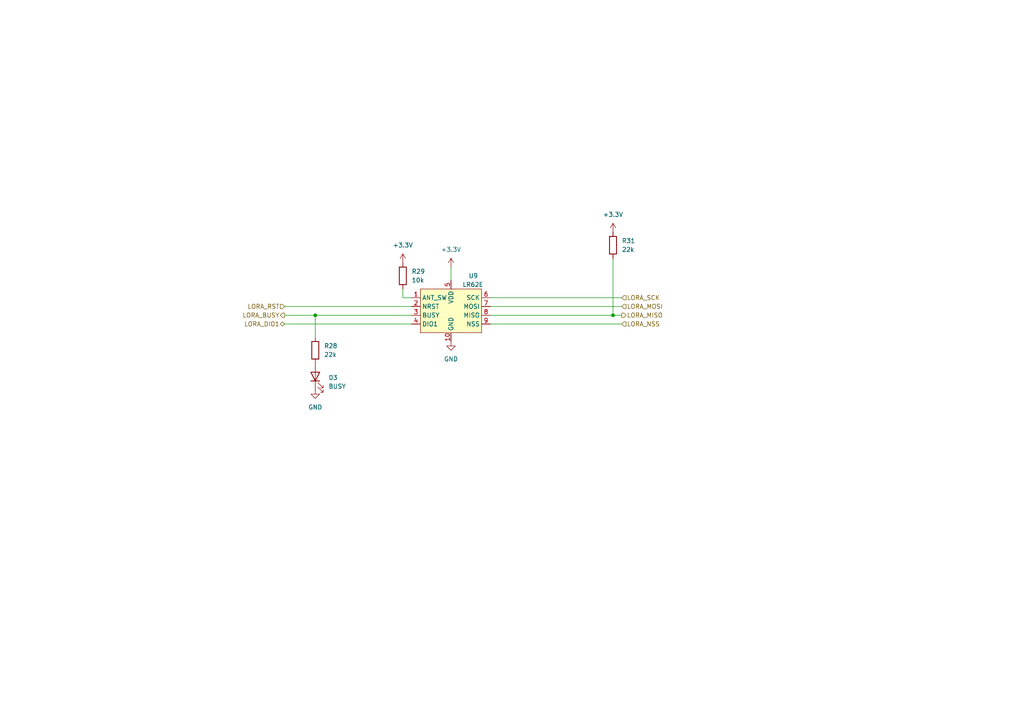
<source format=kicad_sch>
(kicad_sch (version 20230121) (generator eeschema)
  (paper "A4")
  (lib_symbols
    (symbol "Device:LED" (pin_numbers hide) (pin_names (offset 1.016) hide)
      (property "Reference" "D" (at 0 2.54 0))
      (property "Value" "LED" (at 0 -2.54 0))
      (symbol "LED_0_1"
        (polyline (pts (xy -1.27 -1.27) (xy -1.27 1.27)) (stroke (width 0.254)))
        (polyline (pts (xy -1.27 0) (xy 1.27 0)))
        (polyline (pts (xy 1.27 -1.27) (xy 1.27 1.27) (xy -1.27 0) (xy 1.27 -1.27)) (stroke (width 0.254)))
        (polyline (pts (xy -3.048 -0.762) (xy -4.572 -2.286) (xy -3.81 -2.286) (xy -4.572 -2.286) (xy -4.572 -1.524)))
        (polyline (pts (xy -1.778 -0.762) (xy -3.302 -2.286) (xy -2.54 -2.286) (xy -3.302 -2.286) (xy -3.302 -1.524)))
      )
      (symbol "LED_1_1"
        (pin passive line (at -3.81 0 0) (length 2.54) (name "K") (number "1"))
        (pin passive line (at 3.81 0 180) (length 2.54) (name "A") (number "2"))
      )
    )
    (symbol "Device:R" (pin_numbers hide) (pin_names (offset 0))
      (property "Reference" "R" (at 2.032 0 90))
      (property "Value" "R" (at 0 0 90))
      (symbol "R_0_1"
        (rectangle (start -1.016 -2.54) (end 1.016 2.54) (stroke (width 0.254)))
      )
      (symbol "R_1_1"
        (pin passive line (at 0 3.81 270) (length 1.27) (name "~") (number "1"))
        (pin passive line (at 0 -3.81 90) (length 1.27) (name "~") (number "2"))
      )
    )
    (symbol "Project:LR62E"
      (property "Reference" "U" (at -7.62 7.62 0))
      (symbol "LR62E_1_1"
        (rectangle (start -8.89 5.08) (end 8.89 -7.62) (fill (type background)))
        (pin input line (at -11.43 2.54 0) (length 2.54) (name "ANT_SW") (number "1"))
        (pin power_in line (at 0 -10.16 90) (length 2.54) (name "GND") (number "10"))
        (pin input line (at -11.43 0 0) (length 2.54) (name "NRST") (number "2"))
        (pin output line (at -11.43 -2.54 0) (length 2.54) (name "BUSY") (number "3"))
        (pin bidirectional line (at -11.43 -5.08 0) (length 2.54) (name "DIO1") (number "4"))
        (pin power_in line (at 0 7.62 270) (length 2.54) (name "VDD") (number "5"))
        (pin input line (at 11.43 2.54 180) (length 2.54) (name "SCK") (number "6"))
        (pin input line (at 11.43 0 180) (length 2.54) (name "MOSI") (number "7"))
        (pin output line (at 11.43 -2.54 180) (length 2.54) (name "MISO") (number "8"))
        (pin input line (at 11.43 -5.08 180) (length 2.54) (name "NSS") (number "9"))
      )
    )
    (symbol "power:+3.3V" (power) (pin_names (offset 0))
      (property "Value" "+3.3V" (at 0 3.556 0))
      (symbol "+3.3V_0_1"
        (polyline (pts (xy -0.762 1.27) (xy 0 2.54)))
        (polyline (pts (xy 0 0) (xy 0 2.54)))
        (polyline (pts (xy 0 2.54) (xy 0.762 1.27)))
      )
      (symbol "+3.3V_1_1"
        (pin power_in line (at 0 0 90) (length 0) hide (name "+3.3V") (number "1"))
      )
    )
    (symbol "power:GND" (power) (pin_names (offset 0))
      (property "Value" "GND" (at 0 -3.81 0))
      (symbol "GND_0_1"
        (polyline (pts (xy 0 0) (xy 0 -1.27) (xy 1.27 -1.27) (xy 0 -2.54) (xy -1.27 -1.27) (xy 0 -1.27)))
      )
      (symbol "GND_1_1"
        (pin power_in line (at 0 0 270) (length 0) hide (name "GND") (number "1"))
      )
    )
  )
  (junction (at 91.44 91.44))
  (junction (at 177.8 91.44))
  (wire (pts (xy 142.24 93.98) (xy 180.34 93.98)))
  (wire (pts (xy 82.55 88.9) (xy 119.38 88.9)))
  (wire (pts (xy 142.24 91.44) (xy 177.8 91.44)))
  (wire (pts (xy 177.8 74.93) (xy 177.8 91.44)))
  (wire (pts (xy 142.24 86.36) (xy 180.34 86.36)))
  (wire (pts (xy 91.44 91.44) (xy 119.38 91.44)))
  (wire (pts (xy 91.44 91.44) (xy 91.44 97.79)))
  (wire (pts (xy 82.55 93.98) (xy 119.38 93.98)))
  (wire (pts (xy 116.84 83.82) (xy 116.84 86.36)))
  (wire (pts (xy 82.55 91.44) (xy 91.44 91.44)))
  (wire (pts (xy 142.24 88.9) (xy 180.34 88.9)))
  (wire (pts (xy 177.8 91.44) (xy 180.34 91.44)))
  (wire (pts (xy 116.84 86.36) (xy 119.38 86.36)))
  (wire (pts (xy 130.81 77.47) (xy 130.81 81.28)))
  (hierarchical_label "LORA_MOSI" (shape input) (at 180.34 88.9 0))
  (hierarchical_label "LORA_NSS" (shape input) (at 180.34 93.98 0))
  (hierarchical_label "LORA_DIO1" (shape bidirectional) (at 82.55 93.98 180))
  (hierarchical_label "LORA_SCK" (shape input) (at 180.34 86.36 0))
  (hierarchical_label "LORA_BUSY" (shape output) (at 82.55 91.44 180))
  (hierarchical_label "LORA_MISO" (shape output) (at 180.34 91.44 0))
  (hierarchical_label "LORA_RST" (shape input) (at 82.55 88.9 180))
  (symbol (lib_id "Project:LR62E") (at 130.81 88.9 0) (unit 1)
    (property "Reference" "U9" (at 135.89 80.01 0) (effects (justify left)))
    (property "Value" "LR62E" (at 137.16 82.55 0))
    (property "Footprint" "Project:LR62E" (effects hide))
  )
  (symbol (lib_id "Device:R") (at 116.84 80.01 0) (unit 1)
    (property "Reference" "R29" (at 119.38 78.74 0) (effects (justify left)))
    (property "Value" "10k" (at 119.38 81.28 0) (effects (justify left)))
    (property "Footprint" "Resistor_SMD:R_0603_1608Metric_Pad0.98x0.95mm_HandSolder" (effects hide))
  )
  (symbol (lib_id "power:+3.3V") (at 130.81 77.47 0) (unit 1)
    (property "Reference" "#PWR067" (effects hide))
    (property "Value" "+3.3V" (at 130.81 72.39 0))
  )
  (symbol (lib_id "power:+3.3V") (at 116.84 76.2 0) (unit 1)
    (property "Reference" "#PWR066" (effects hide))
    (property "Value" "+3.3V" (at 116.84 71.12 0))
  )
  (symbol (lib_id "power:GND") (at 130.81 99.06 0) (unit 1)
    (property "Reference" "#PWR068" (effects hide))
    (property "Value" "GND" (at 130.81 104.14 0))
  )
  (symbol (lib_id "Device:LED") (at 91.44 109.22 90) (unit 1)
    (property "Reference" "D3" (at 95.25 109.5375 90) (effects (justify right)))
    (property "Value" "BUSY" (at 95.25 112.0775 90) (effects (justify right)))
    (property "Footprint" "LED_SMD:LED_0603_1608Metric_Pad1.05x0.95mm_HandSolder" (effects hide))
  )
  (symbol (lib_id "Device:R") (at 91.44 101.6 0) (unit 1)
    (property "Reference" "R28" (at 93.98 100.33 0) (effects (justify left)))
    (property "Value" "22k" (at 93.98 102.87 0) (effects (justify left)))
    (property "Footprint" "Resistor_SMD:R_0603_1608Metric_Pad0.98x0.95mm_HandSolder" (effects hide))
  )
  (symbol (lib_id "power:+3.3V") (at 177.8 67.31 0) (unit 1)
    (property "Reference" "#PWR068" (effects hide))
    (property "Value" "+3.3V" (at 177.8 62.23 0))
    (instances (project "Nucleo_Backpack" (path "" (reference "#PWR068") (unit 1)) (path "" (reference "#PWR069") (unit 1))))
  )
  (symbol (lib_id "power:GND") (at 91.44 113.03 0) (unit 1)
    (property "Reference" "#PWR065" (effects hide))
    (property "Value" "GND" (at 91.44 118.11 0))
  )
  (symbol (lib_id "Device:R") (at 177.8 71.12 0) (unit 1)
    (property "Reference" "R31" (at 180.34 69.85 0) (effects (justify left)))
    (property "Value" "22k" (at 180.34 72.39 0) (effects (justify left)))
    (property "Footprint" "Resistor_SMD:R_0603_1608Metric_Pad0.98x0.95mm_HandSolder" (effects hide))
    (instances (project "Nucleo_Backpack" (path "" (reference "R31") (unit 1)) (path "" (reference "R30") (unit 1))))
  )
)
</source>
